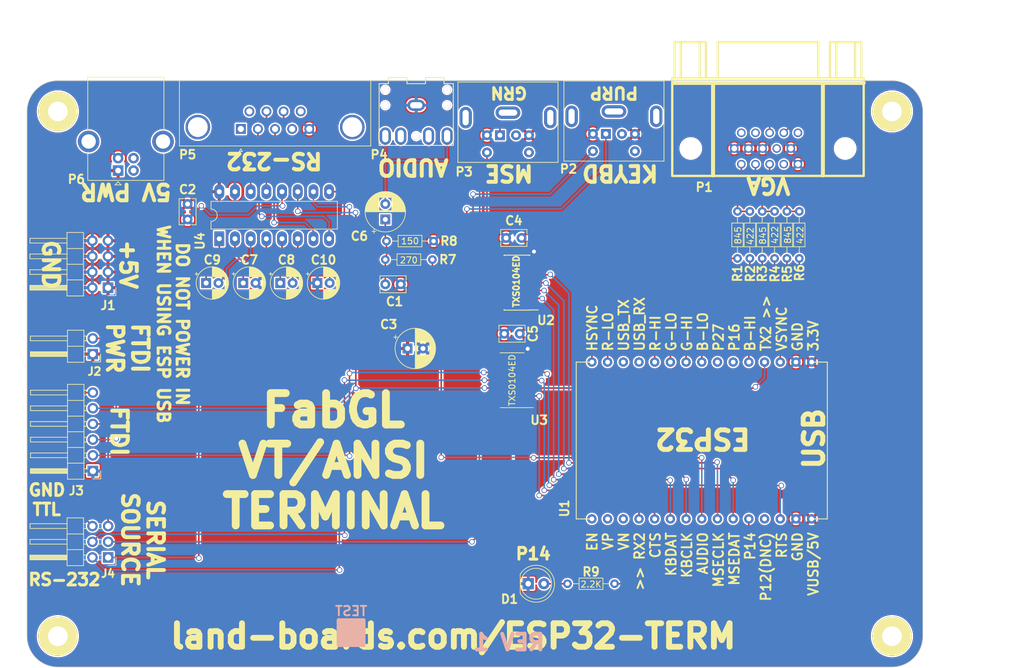
<source format=kicad_pcb>
(kicad_pcb (version 20221018) (generator pcbnew)
  (title_block (title "ESP32-VGA") (date "2024-08-13") (rev "1") (company "land-boards.com"))
  (layers (0 "F.Cu" signal) (31 "B.Cu" signal) (36 "B.SilkS" user "B.Silkscreen") (37 "F.SilkS" user "F.Silkscreen") (38 "B.Mask" user) (39 "F.Mask" user) (44 "Edge.Cuts" user))
  (net 0 "")
  (net 1 "+5V")
  (net 2 "GND")
  (net 3 "+3V3")
  (net 4 "Net-(U4-VS+)")
  (net 5 "Net-(U4-C2+)")
  (net 6 "/TX2")
  (net 7 "/VP")
  (net 8 "/VN")
  (net 9 "Net-(C1-Pad1)")
  (net 10 "/HSYNC")
  (net 11 "/VSYNC")
  (net 12 "/REDHI")
  (net 13 "/REDLO")
  (net 14 "/GRNHI")
  (net 15 "/GRNLO")
  (net 16 "/BLUHI")
  (net 17 "/BLULO")
  (net 18 "/AUDIO")
  (net 19 "/KBDAT")
  (net 20 "/KBCLK")
  (net 21 "/RX2")
  (net 22 "/P16")
  (net 23 "Net-(J2-Pin_2)")
  (net 24 "/P27")
  (net 25 "Net-(P3-DATA)")
  (net 26 "/RX2_5_T")
  (net 27 "/TX2_5")
  (net 28 "Net-(U4-C2-)")
  (net 29 "Net-(P2-DATA)")
  (net 31 "Net-(P2-CLK)")
  (net 33 "Net-(P1-P1)")
  (net 34 "Net-(P1-P2)")
  (net 35 "Net-(P1-P3)")
  (net 42 "/EN")
  (net 43 "Net-(C6-Pad2)")
  (net 46 "Net-(P3-CLK)")
  (net 48 "Net-(D1-A)")
  (net 49 "Net-(U4-C1+)")
  (net 50 "Net-(U4-C1-)")
  (net 51 "Net-(U4-VS-)")
  (net 52 "/RTS_5")
  (net 53 "/CTS_5_T")
  (net 55 "/TXD_R")
  (net 56 "/RXD_R")
  (net 59 "/CTS_R")
  (net 60 "/RTS_R")
  (net 62 "/CTS")
  (net 63 "/RTS")
  (net 66 "/P14")
  (net 68 "/MSECLK")
  (net 69 "/MSEDAT")
  (net 70 "/RX2_5_R")
  (net 71 "/CTS_5_R")
  (net 72 "/RX2_5_S")
  (net 73 "/CTS_5_S")
  (footprint "LandBoards_MountHoles:MTG-4-40" (layer "F.Cu") (at 165 -10)
    (fp_text reference "MTG1" hide)
    (fp_text value "MTG_HOLE" hide)
  )
  (footprint "LandBoards_MountHoles:MTG-4-40" (layer "F.Cu") (at 300 75)
    (fp_text reference "MTG2" hide)
    (fp_text value "MTG_HOLE" hide)
  )
  (footprint "LandBoards_MountHoles:MTG-4-40" (layer "F.Cu") (at 165 75)
    (fp_text reference "MTG3" hide)
    (fp_text value "MTG_HOLE" hide)
  )
  (footprint "LandBoards_MountHoles:MTG-4-40" (layer "F.Cu") (at 300 -10)
    (fp_text reference "MTG?1" hide)
    (fp_text value "MTG_HOLE" hide)
  )
  (footprint "LandBoards_BoardOutlines:ESP32_EXP" (layer "F.Cu") (at 287 43.3 -90)
    (fp_text reference "U1")
    (fp_text value "ESP-WROOM-32 MODULE")
  )
  (footprint "Capacitor_THT:C_Rect_L4.0mm_W2.5mm_P2.50mm" (layer "F.Cu") (at 218 18)
    (fp_text reference "C1")
    (fp_text value "0.1uF")
  )
  (footprint "Capacitor_THT:C_Rect_L4.0mm_W2.5mm_P2.50mm" (layer "F.Cu") (at 240.05 10.5 180)
    (fp_text reference "C4")
    (fp_text value "0.1uF")
  )
  (footprint "Capacitor_THT:C_Rect_L4.0mm_W2.5mm_P2.50mm" (layer "F.Cu") (at 239.756 26 180)
    (fp_text reference "C5")
    (fp_text value "0.1uF")
  )
  (footprint "Resistor_THT:R_Axial_DIN0204_L3.6mm_D1.6mm_P7.62mm_Horizontal" (layer "F.Cu") (at 277 6.19 -90)
    (fp_text reference "R2")
    (fp_text value "422")
  )
  (footprint "Resistor_THT:R_Axial_DIN0204_L3.6mm_D1.6mm_P7.62mm_Horizontal" (layer "F.Cu") (at 275 6.19 -90)
    (fp_text reference "R1")
    (fp_text value "845")
  )
  (footprint "Resistor_THT:R_Axial_DIN0204_L3.6mm_D1.6mm_P7.62mm_Horizontal" (layer "F.Cu") (at 281 6.19 -90)
    (fp_text reference "R4")
    (fp_text value "422")
  )
  (footprint "Resistor_THT:R_Axial_DIN0204_L3.6mm_D1.6mm_P7.62mm_Horizontal" (layer "F.Cu") (at 279 6.19 -90)
    (fp_text reference "R3")
    (fp_text value "845")
  )
  (footprint "Resistor_THT:R_Axial_DIN0204_L3.6mm_D1.6mm_P7.62mm_Horizontal" (layer "F.Cu") (at 285 6.19 -90)
    (fp_text reference "R6")
    (fp_text value "422")
  )
  (footprint "Resistor_THT:R_Axial_DIN0204_L3.6mm_D1.6mm_P7.62mm_Horizontal" (layer "F.Cu") (at 283 6.19 -90)
    (fp_text reference "R5")
    (fp_text value "845")
  )
  (footprint "Resistor_THT:R_Axial_DIN0204_L3.6mm_D1.6mm_P7.62mm_Horizontal" (layer "F.Cu") (at 218 14)
    (fp_text reference "R7")
    (fp_text value "270")
  )
  (footprint "Resistor_THT:R_Axial_DIN0204_L3.6mm_D1.6mm_P7.62mm_Horizontal" (layer "F.Cu") (at 225.81 11 180)
    (fp_text reference "R8")
    (fp_text value "150")
  )
  (footprint "Package_SO:SOIC-14_3.9x8.7mm_P1.27mm" (layer "F.Cu") (at 239.3 17.73 180)
    (fp_text reference "U2")
    (fp_text value "TXS0104ED")
  )
  (footprint "LandBoards_Conns:Connector_Mini-DIN_Female_6Pin_2rows" (layer "F.Cu") (at 253.7 -6.35 180)
    (fp_text reference "P2")
    (fp_text value "MINI-DIN6, PS2 (PURP)")
  )
  (footprint "Connector_PinHeader_2.54mm:PinHeader_1x06_P2.54mm_Horizontal" (layer "F.Cu") (at 170.67 48.24 180)
    (fp_text reference "J3")
    (fp_text value "Header, 1x6, Rt Ang, (FTDI)")
  )
  (footprint "LandBoards_Conns:DB_15F-VGA-fixed" (layer "F.Cu") (at 279.93275 -8.01066 180)
    (fp_text reference "P1")
    (fp_text value "CONN, DB15HD, BLUE (VGA)" hide)
  )
  (footprint "Connector_Dsub:DSUB-9_Female_Horizontal_P2.77x2.84mm_EdgePinOffset4.94mm_Housed_MountingHolesOffset7.48mm" (layer "F.Cu") (at 194.615 -7.16 180)
    (fp_text reference "P5")
    (fp_text value "DE9_Femals")
  )
  (footprint "Capacitor_THT:C_Rect_L4.0mm_W2.5mm_P2.50mm" (layer "F.Cu") (at 186 5 -90)
    (fp_text reference "C2")
    (fp_text value "0.1uF")
  )
  (footprint "Capacitor_THT:CP_Radial_D6.3mm_P2.50mm" (layer "F.Cu") (at 221.6 28.4)
    (fp_text reference "C3")
    (fp_text value "47uF")
  )
  (footprint "Capacitor_THT:CP_Radial_D6.3mm_P2.50mm" (layer "F.Cu") (at 218 7.5 90)
    (fp_text reference "C6")
    (fp_text value "10uF")
  )
  (footprint "Connector_PinHeader_2.54mm:PinHeader_2x04_P2.54mm_Horizontal" (layer "F.Cu") (at 173.12 18.56 180)
    (fp_text reference "J1")
    (fp_text value "Header, Vert, 2x4")
  )
  (footprint "Resistor_THT:R_Axial_DIN0204_L3.6mm_D1.6mm_P7.62mm_Horizontal" (layer "F.Cu") (at 247.48 66.5)
    (fp_text reference "R9")
    (fp_text value "2.2K")
  )
  (footprint "LandBoards_Marking:TEST_BLK-REAR" (layer "F.Cu") (at 212.471 74.422)
    (fp_text reference "TEST")
    (fp_text value "COUPON" hide)
  )
  (footprint "Capacitor_THT:CP_Radial_D5.0mm_P2.00mm" (layer "F.Cu") (at 207 17.795)
    (fp_text reference "C10")
    (fp_text value "1uF")
  )
  (footprint "Capacitor_THT:CP_Radial_D5.0mm_P2.00mm" (layer "F.Cu") (at 201 17.795)
    (fp_text reference "C8")
    (fp_text value "1uF")
  )
  (footprint "Capacitor_THT:CP_Radial_D5.0mm_P2.00mm" (layer "F.Cu") (at 189 17.795)
    (fp_text reference "C9")
    (fp_text value "1uF")
  )
  (footprint "Connector_PinHeader_2.54mm:PinHeader_1x02_P2.54mm_Horizontal" (layer "F.Cu") (at 170.655 29.305 180)
    (fp_text reference "J2")
    (fp_text value "Conn_01x02")
  )
  (footprint "LandBoards_Conns:Connector_Mini-DIN_Female_6Pin_2rows" (layer "F.Cu") (at 236.55 -6.15 180)
    (fp_text reference "P3")
    (fp_text value "MINI-DIN6, PS2 (GRN)")
  )
  (footprint "Package_SO:SOIC-14_3.9x8.7mm_P1.27mm" (layer "F.Cu") (at 238.525 33.54 180)
    (fp_text reference "U3")
    (fp_text value "TXS0104ED")
  )
  (footprint "LED_THT:LED_D5.0mm" (layer "F.Cu") (at 241.125 66.5)
    (fp_text reference "D1")
    (fp_text value "LED-fixed")
  )
  (footprint "Capacitor_THT:CP_Radial_D5.0mm_P2.00mm" (layer "F.Cu") (at 195 17.795)
    (fp_text reference "C7")
    (fp_text value "1uF")
  )
  (footprint "LandBoards_Conns:Jack_3.5mm_CUI_SJ1-3523N_Horizontal" (layer "F.Cu") (at 223 -11)
    (fp_text reference "P4")
    (fp_text value "AudioJack3" hide)
  )
  (footprint "Package_DIP:DIP-16_W7.62mm_LongPads" (layer "F.Cu") (at 191.125 10.62 90)
    (fp_text reference "U4")
    (fp_text value "MAX232")
  )
  (footprint "Connector_PinHeader_2.54mm:PinHeader_2x03_P2.54mm_Horizontal" (layer "F.Cu") (at 173.14 62.245 180)
    (fp_text reference "J4")
    (fp_text value "Conn_02x03_Odd_Even")
  )
  (footprint "Connector_USB:USB_B_OST_USB-B1HSxx_Horizontal" (layer "F.Cu") (at 174.75 -0.4225 90)
    (fp_text reference "P6")
    (fp_text value "USB-B")
  )
  (gr_arc (start 305 75) (mid 303.535534 78.535534) (end 300 80) (stroke (width 0.1)) (layer "Edge.Cuts"))
  (gr_line (start 160 75) (end 160 -10) (stroke (width 0.1)) (layer "Edge.Cuts"))
  (gr_line (start 305 -10) (end 305 75) (stroke (width 0.1)) (layer "Edge.Cuts"))
  (gr_arc (start 300 -15) (mid 303.535534 -13.535534) (end 305 -10) (stroke (width 0.1)) (layer "Edge.Cuts"))
  (gr_line (start 165 -15) (end 300 -15) (stroke (width 0.1)) (layer "Edge.Cuts"))
  (gr_arc (start 160 -10) (mid 161.464466 -13.535534) (end 165 -15) (stroke (width 0.1)) (layer "Edge.Cuts"))
  (gr_arc (start 165 80) (mid 161.464466 78.535534) (end 160 75) (stroke (width 0.1)) (layer "Edge.Cuts"))
  (gr_line (start 300 80) (end 165 80) (stroke (width 0.1)) (layer "Edge.Cuts"))
  (gr_text "REV 1" (at 238 76) (layer "B.SilkS") (effects (font (size 2.54 2.54) (thickness 0.635)) (justify mirror)))
  (gr_text "FTDI" (at 174.93 41.8 -90) (layer "F.SilkS") (effects (font (size 2.54 2.54) (thickness 0.635))))
  (gr_text "KEYBD" (at 256 0 180) (layer "F.SilkS") (effects (font (size 2.54 2.54) (thickness 0.635))))
  (gr_text "AUDIO" (at 222.51 -0.96 180) (layer "F.SilkS") (effects (font (size 2.54 2.54) (thickness 0.635))))
  (gr_text "PURP" (at 255 -13 180) (layer "F.SilkS") (effects (font (size 1.905 1.905) (thickness 0.47625))))
  (gr_text "VGA" (at 280 2 180) (layer "F.SilkS") (effects (font (size 2.54 2.54) (thickness 0.635))))
  (gr_text "land-boards.com/ESP32-TERM" (at 229 75) (layer "F.SilkS") (effects (font (size 3.81 3.81) (thickness 0.9525) bold)))
  (gr_text "MSE" (at 238 0 180) (layer "F.SilkS") (effects (font (size 2.54 2.54) (thickness 0.635))))
  (gr_text "FTDI\nPWR" (at 176.26 28.34 -90) (layer "F.SilkS") (effects (font (size 2.54 2.54) (thickness 0.635))))
  (gr_text "RS-232" (at 166.0652 65.8368) (layer "F.SilkS") (effects (font (size 1.905 1.905) (thickness 0.47625))))
  (gr_text "+5V" (at 176.38 14.79 -90) (layer "F.SilkS") (effects (font (size 2.54 2.54) (thickness 0.635))))
  (gr_text "GND" (at 163.85 14.83 -90) (layer "F.SilkS") (effects (font (size 2.54 2.54) (thickness 0.635))))
  (gr_text "ESP32" (at 269.38 43 180) (layer "F.SilkS") (effects (font (size 3.175 3.175) (thickness 0.79375))))
  (gr_text "SERIAL\nSOURCE" (at 178.73 59.38 270) (layer "F.SilkS") (effects (font (size 2.54 2.54) (thickness 0.635))))
  (gr_text "GND" (at 163.24 51.33) (layer "F.SilkS") (effects (font (size 1.905 1.905) (thickness 0.47625))))
  (gr_text "HSYNC\nR-LO\nUSB_TX\nUSB_RX\nR-HI\nG-LO\nG-HI\nB-LO\nP27\nP16\nB-HI\nTX2 >>\nVSYNC\nGND\n3.3V" (at 269.38 29 90) (layer "F.SilkS") (effects (font (size 1.5875 1.524) (thickness 0.3)) (justify left)))
  (gr_text "USB" (at 287.38 43 90) (layer "F.SilkS") (effects (font (size 3.175 3.175) (thickness 0.79375))))
  (gr_text "FabGL\nVT/ANSI\nTERMINAL" (at 209.63 46.6) (layer "F.SilkS") (effects (font (size 5.08 5.08) (thickness 1.27) bold)))
  (gr_text "RS-232" (at 200 -2 180) (layer "F.SilkS") (effects (font (size 2.54 2.54) (thickness 0.635))))
  (gr_text "P14" (at 241.94 61.66) (layer "F.SilkS") (effects (font (size 1.905 1.905) (thickness 0.47625) bold)))
  (gr_text "GRN" (at 238 -13 180) (layer "F.SilkS") (effects (font (size 1.905 1.905) (thickness 0.47625))))
  (gr_text "TTL" (at 163.2 54.48) (layer "F.SilkS") (effects (font (size 1.905 1.905) (thickness 0.47625))))
  (gr_text "5V PWR" (at 176 3 180) (layer "F.SilkS") (effects (font (size 2.54 2.54) (thickness 0.635))))
  (gr_text "EN\nVP\nVN\n>> RX2\nCTS\nKBDAT\nKBCLK\nAUDIO\nMSECLK\nMSEDAT\nP14\nP12(DNC)\nRTS\nGND\nVUSB/5V" (at 269.38 58 90) (layer "F.SilkS") (effects (font (size 1.5875 1.524) (thickness 0.3)) (justify right)))
  (gr_text "DO NOT POWER IN\nWHEN USING ESP USB" (at 183.62 24.45 -90) (layer "F.SilkS") (effects (font (size 1.905 1.905) (thickness 0.47625))))
  (segment (start 241 28.494) (end 241.046 28.448) (width 0.254) (layer "F.Cu") (net 2))
  (segment (start 241 29.73) (end 241 28.494) (width 0.254) (layer "F.Cu") (net 2))
  (segment (start 242 13.92) (end 242 12.762) (width 0.254) (layer "F.Cu") (net 2))
  (segment (start 242 12.762) (end 242.062 12.7) (width 0.254) (layer "F.Cu") (net 2))
  (via (at 241.046 28.448) (size 0.889) (drill 0.635) (layers "F.Cu" "B.Cu") (net 2))
  (via (at 242.062 12.7) (size 0.889) (drill 0.635) (layers "F.Cu" "B.Cu") (net 2))
  (segment (start 236.6 13.92) (end 239.38 13.92) (width 0.254) (layer "F.Cu") (net 3))
  (segment (start 236.05 29.73) (end 239.17 29.73) (width 0.254) (layer "F.Cu") (net 3))
  (segment (start 195 14.406) (end 195 17.795) (width 0.254) (layer "F.Cu") (net 4))
  (segment (start 193.665 10.62) (end 193.665 13.071) (width 0.254) (layer "F.Cu") (net 4))
  (segment (start 193.665 13.071) (end 195 14.406) (width 0.254) (layer "F.Cu") (net 4))
  (segment (start 198.745 10.62) (end 198.745 13.325) (width 0.254) (layer "F.Cu") (net 5))
  (segment (start 201 15.58) (end 201 17.795) (width 0.254) (layer "F.Cu") (net 5))
  (segment (start 198.745 13.325) (end 201 15.58) (width 0.254) (layer "F.Cu") (net 5))
  (segment (start 241 34.81) (end 277.69 34.81) (width 0.254) (layer "F.Cu") (net 6))
  (segment (start 277.69 34.81) (end 277.9 34.6) (width 0.254) (layer "F.Cu") (net 6))
  (via (at 277.9 34.6) (size 0.889) (drill 0.635) (layers "F.Cu" "B.Cu") (net 6))
  (segment (start 277.9 34.6) (end 279.38 33.12) (width 0.254) (layer "B.Cu") (net 6))
  (segment (start 279.38 33.12) (end 279.38 30.6) (width 0.254) (layer "B.Cu") (net 6))
  (segment (start 218 18) (end 218 14) (width 0.254) (layer "F.Cu") (net 9))
  (segment (start 218.19 11) (end 218.19 13.81) (width 0.254) (layer "F.Cu") (net 9))
  (segment (start 218 7.5) (end 218 10.81) (width 0.254) (layer "F.Cu") (net 9))
  (segment (start 280.20199 -6.53746) (end 280.20199 -7.83401) (width 0.254) (layer "F.Cu") (net 10))
  (segment (start 271.78 -7.62) (end 271.78 1.27) (width 0.254) (layer "F.Cu") (net 10))
  (segment (start 280.20199 -7.83401) (end 279.4 -8.636) (width 0.254) (layer "F.Cu") (net 10))
  (segment (start 279.4 -8.636) (end 272.796 -8.636) (width 0.254) (layer "F.Cu") (net 10))
  (segment (start 251.44 21.61) (end 251.44 30.6) (width 0.254) (layer "F.Cu") (net 10))
  (segment (start 272.796 -8.636) (end 271.78 -7.62) (width 0.254) (layer "F.Cu") (net 10))
  (segment (start 271.78 1.27) (end 251.44 21.61) (width 0.254) (layer "F.Cu") (net 10))
  (segment (start 282.49307 -6.54) (end 284.33507 -8.382) (width 0.254) (layer "F.Cu") (net 11))
  (segment (start 281.92 25.42) (end 281.92 30.6) (width 0.254) (layer "F.Cu") (net 11))
  (segment (start 284.33507 -8.382) (end 287.274 -8.382) (width 0.254) (layer "F.Cu") (net 11))
  (segment (start 289.306 18.034) (end 281.92 25.42) (width 0.254) (layer "F.Cu") (net 11))
  (segment (start 289.306 -6.35) (end 289.306 18.034) (width 0.254) (layer "F.Cu") (net 11))
  (segment (start 287.274 -8.382) (end 289.306 -6.35) (width 0.254) (layer "F.Cu") (net 11))
  (segment (start 277 15.354) (end 277 13.81) (width 0.254) (layer "F.Cu") (net 12))
  (segment (start 275.59 16.764) (end 277 15.354) (width 0.254) (layer "F.Cu") (net 12))
  (segment (start 261.6 30.6) (end 261.6 24.658) (width 0.254) (layer "F.Cu") (net 12))
  (segment (start 269.494 16.764) (end 275.59 16.764) (width 0.254) (layer "F.Cu") (net 12))
  (segment (start 261.6 24.658) (end 269.494 16.764) (width 0.254) (layer "F.Cu") (net 12))
  (segment (start 253.98 30.6) (end 253.98 28.468) (width 0.254) (layer "F.Cu") (net 13))
  (segment (start 268.638 13.81) (end 275 13.81) (width 0.254) (layer "F.Cu") (net 13))
  (segment (start 253.98 28.468) (end 268.638 13.81) (width 0.254) (layer "F.Cu") (net 13))
  (segment (start 278.384 20.32) (end 281 17.704) (width 0.254) (layer "F.Cu") (net 14))
  (segment (start 281 17.704) (end 281 13.81) (width 0.254) (layer "F.Cu") (net 14))
  (segment (start 272.542 20.32) (end 278.384 20.32) (width 0.254) (layer "F.Cu") (net 14))
  (segment (start 266.68 26.182) (end 272.542 20.32) (width 0.254) (layer "F.Cu") (net 14))
  (segment (start 266.68 30.6) (end 266.68 26.182) (width 0.254) (layer "F.Cu") (net 14))
  (segment (start 279 15.64) (end 279 13.81) (width 0.254) (layer "F.Cu") (net 15))
  (segment (start 275.844 18.796) (end 279 15.64) (width 0.254) (layer "F.Cu") (net 15))
  (segment (start 264.14 30.6) (end 264.14 25.928) (width 0.254) (layer "F.Cu") (net 15))
  (segment (start 271.272 18.796) (end 275.844 18.796) (width 0.254) (layer "F.Cu") (net 15))
  (segment (start 264.14 25.928) (end 271.272 18.796) (width 0.254) (layer "F.Cu") (net 15))
  (segment (start 285 18.276) (end 285 13.81) (width 0.254) (layer "F.Cu") (net 16))
  (segment (start 276.84 26.436) (end 285 18.276) (width 0.254) (layer "F.Cu") (net 16))
  (segment (start 276.84 30.6) (end 276.84 26.436) (width 0.254) (layer "F.Cu") (net 16))
  (segment (start 269.22 30.6) (end 269.22 26.436) (width 0.254) (layer "F.Cu") (net 17))
  (segment (start 273.558 22.098) (end 278.638 22.098) (width 0.254) (layer "F.Cu") (net 17))
  (segment (start 269.22 26.436) (end 273.558 22.098) (width 0.254) (layer "F.Cu") (net 17))
  (segment (start 278.638 22.098) (end 283 17.736) (width 0.254) (layer "F.Cu") (net 17))
  (segment (start 283 17.736) (end 283 13.81) (width 0.254) (layer "F.Cu") (net 17))
  (segment (start 269.2 46.09437) (end 242.00563 46.09437) (width 0.254) (layer "F.Cu") (net 18))
  (segment (start 227.05 25.28) (end 227.05 46.04) (width 0.254) (layer "F.Cu") (net 18))
  (segment (start 225.62 14) (end 225.62 23.85) (width 0.254) (layer "F.Cu") (net 18))
  (segment (start 225.62 23.85) (end 227.05 25.28) (width 0.254) (layer "F.Cu") (net 18))
  (segment (start 242.00563 46.09437) (end 242 46.1) (width 0.254) (layer "F.Cu") (net 18))
  (via (at 227.05 46.04) (size 0.889) (drill 0.635) (layers "F.Cu" "B.Cu") (net 18))
  (via (at 269.2 46.09437) (size 0.889) (drill 0.635) (layers "F.Cu" "B.Cu") (net 18))
  (via (at 242 46.1) (size 0.889) (drill 0.635) (layers "F.Cu" "B.Cu") (net 18))
  (segment (start 269.22 46.11437) (end 269.2 46.09437) (width 0.254) (layer "B.Cu") (net 18))
  (segment (start 269.22 56) (end 269.22 46.11437) (width 0.254) (layer "B.Cu") (net 18))
  (segment (start 227.05 46.04) (end 241.94 46.04) (width 0.254) (layer "B.Cu") (net 18))
  (segment (start 241.94 46.04) (end 242 46.1) (width 0.254) (layer "B.Cu") (net 18))
  (segment (start 245.244176 49.642187) (end 264.017187 49.642187) (width 0.254) (layer "F.Cu") (net 19))
  (segment (start 264.017187 49.642187) (end 264.1 49.725) (width 0.254) (layer "F.Cu") (net 19))
  (segment (start 242 20.27) (end 243.37 20.27) (width 0.254) (layer "F.Cu") (net 19))
  (segment (start 243.37 20.27) (end 243.4 20.3) (width 0.254) (layer "F.Cu") (net 19))
  (via (at 245.244176 49.642187) (size 0.889) (drill 0.635) (layers "F.Cu" "B.Cu") (net 19))
  (via (at 243.4 20.3) (size 0.889) (drill 0.635) (layers "F.Cu" "B.Cu") (net 19))
  (via (at 264.1 49.725) (size 0.889) (drill 0.635) (layers "F.Cu" "B.Cu") (net 19))
  (segment (start 264.14 49.765) (end 264.14 56) (width 0.254) (layer "B.Cu") (net 19))
  (segment (start 245.244176 49.642187) (end 245.244176 22.144176) (width 0.254) (layer "B.Cu") (net 19))
  (segment (start 245.244176 22.144176) (end 243.4 20.3) (width 0.254) (layer "B.Cu") (net 19))
  (segment (start 264.1 49.725) (end 264.14 49.765) (width 0.254) (layer "B.Cu") (net 19))
  (segment (start 242 19) (end 243.7 19) (width 0.254) (layer "F.Cu") (net 20))
  (segment (start 246.069176 48.747838) (end 265.847838 48.747838) (width 0.254) (layer "F.Cu") (net 20))
  (segment (start 265.847838 48.747838) (end 266.7 49.6) (width 0.254) (layer "F.Cu") (net 20))
  (via (at 246.069176 48.747838) (size 0.889) (drill 0.635) (layers "F.Cu" "B.Cu") (net 20))
  (via (at 266.7 49.6) (size 0.889) (drill 0.635) (layers "F.Cu" "B.Cu") (net 20))
  (via (at 243.7 19) (size 0.889) (drill 0.635) (layers "F.Cu" "B.Cu") (net 20))
  (segment (start 266.68 49.62) (end 266.68 56) (width 0.254) (layer "B.Cu") (net 20))
  (segment (start 243.7 19) (end 246.069176 21.369176) (width 0.254) (layer "B.Cu") (net 20))
  (segment (start 246.069176 21.369176) (end 246.069176 48.747838) (width 0.254) (layer "B.Cu") (net 20))
  (segment (start 266.7 49.6) (end 266.68 49.62) (width 0.254) (layer "B.Cu") (net 20))
  (segment (start 242.9 52.2) (end 257.1 52.2) (width 0.254) (layer "F.Cu") (net 21))
  (segment (start 242.88 36.08) (end 242.9 36.1) (width 0.254) (layer "F.Cu") (net 21))
  (segment (start 257.1 52.2) (end 259.06 54.16) (width 0.254) (layer "F.Cu") (net 21))
  (segment (start 241 36.08) (end 242.88 36.08) (width 0.254) (layer "F.Cu") (net 21))
  (segment (start 259.06 54.16) (end 259.06 56) (width 0.254) (layer "F.Cu") (net 21))
  (via (at 242.9 52.2) (size 0.889) (drill 0.635) (layers "F.Cu" "B.Cu") (net 21))
  (via (at 242.9 36.1) (size 0.889) (drill 0.635) (layers "F.Cu" "B.Cu") (net 21))
  (segment (start 242.9 36.1) (end 242.9 52.2) (width 0.254) (layer "B.Cu") (net 21))
  (segment (start 174.45 28.83) (end 174.45 43.01) (width 0.254) (layer "F.Cu") (net 23))
  (segment (start 172.385 26.765) (end 174.45 28.83) (width 0.254) (layer "F.Cu") (net 23))
  (segment (start 170.655 26.765) (end 172.385 26.765) (width 0.254) (layer "F.Cu") (net 23))
  (via (at 174.45 43.01) (size 0.889) (drill 0.635) (layers "F.Cu" "B.Cu") (net 23))
  (segment (start 174.45 43.01) (end 174.3 43.16) (width 0.254) (layer "B.Cu") (net 23))
  (segment (start 174.3 43.16) (end 170.67 43.16) (width 0.254) (layer "B.Cu") (net 23))
  (segment (start 233.1 -8) (end 236.2 -8) (width 0.254) (layer "F.Cu") (net 25))
  (segment (start 233.269 15.869) (end 233.269 -0.031) (width 0.254) (layer "F.Cu") (net 25))
  (segment (start 233.269 -0.031) (end 232.2 -1.1) (width 0.254) (layer "F.Cu") (net 25))
  (segment (start 236.55 -7.65) (end 236.55 -6.15) (width 0.254) (layer "F.Cu") (net 25))
  (segment (start 232.2 -7.1) (end 233.1 -8) (width 0.254) (layer "F.Cu") (net 25))
  (segment (start 232.2 -1.1) (end 232.2 -7.1) (width 0.254) (layer "F.Cu") (net 25))
  (segment (start 236.6 17.73) (end 235.13 17.73) (width 0.254) (layer "F.Cu") (net 25))
  (segment (start 236.2 -8) (end 236.55 -7.65) (width 0.254) (layer "F.Cu") (net 25))
  (segment (start 235.13 17.73) (end 233.269 15.869) (width 0.254) (layer "F.Cu") (net 25))
  (segment (start 173.14 57.165) (end 173.14 41.62) (width 0.254) (layer "F.Cu") (net 26))
  (segment (start 170.67 40.62) (end 172.14 40.62) (width 0.254) (layer "F.Cu") (net 26))
  (segment (start 172.14 40.62) (end 173.14 41.62) (width 0.254) (layer "F.Cu") (net 26))
  (segment (start 213.23 6.43) (end 213.18 6.38) (width 0.254) (layer "F.Cu") (net 27))
  (segment (start 213.23 34.85) (end 213.23 6.43) (width 0.254) (layer "F.Cu") (net 27))
  (segment (start 203.825 6.16) (end 203.825 3) (width 0.254) (layer "F.Cu") (net 27))
  (segment (start 234.06 34.81) (end 234.05 34.8) (width 0.254) (layer "F.Cu") (net 27))
  (segment (start 236.05 34.81) (end 234.06 34.81) (width 0.254) (layer "F.Cu") (net 27))
  (segment (start 203.84 6.175) (end 203.825 6.16) (width 0.254) (layer "F.Cu") (net 27))
  (via (at 203.84 6.175) (size 0.889) (drill 0.635) (layers "F.Cu" "B.Cu") (net 27))
  (via (at 234.05 34.8) (size 0.889) (drill 0.635) (layers "F.Cu" "B.Cu") (net 27))
  (via (at 213.18 6.38) (size 0.889) (drill 0.635) (layers "F.Cu" "B.Cu") (net 27))
  (via (at 213.23 34.85) (size 0.889) (drill 0.635) (layers "F.Cu" "B.Cu") (net 27))
  (segment (start 204.045 6.38) (end 203.84 6.175) (width 0.254) (layer "B.Cu") (net 27))
  (segment (start 170.67 38.08) (end 210 38.08) (width 0.254) (layer "B.Cu") (net 27))
  (segment (start 234.05 34.8) (end 213.28 34.8) (width 0.254) (layer "B.Cu") (net 27))
  (segment (start 210 38.08) (end 213.23 34.85) (width 0.254) (layer "B.Cu") (net 27))
  (segment (start 213.18 6.38) (end 204.045 6.38) (width 0.254) (layer "B.Cu") (net 27))
  (segment (start 213.28 34.8) (end 213.23 34.85) (width 0.254) (layer "B.Cu") (net 27))
  (segment (start 201.285 12.817) (end 203 14.532) (width 0.254) (layer "F.Cu") (net 28))
  (segment (start 201.285 10.62) (end 201.285 12.817) (width 0.254) (layer "F.Cu") (net 28))
  (segment (start 203 14.532) (end 203 17.795) (width 0.254) (layer "F.Cu") (net 28))
  (segment (start 231.2 17.01842) (end 231.2 5.8) (width 0.254) (layer "F.Cu") (net 29))
  (segment (start 234.45158 20.27) (end 231.2 17.01842) (width 0.254) (layer "F.Cu") (net 29))
  (segment (start 236.6 20.27) (end 234.45158 20.27) (width 0.254) (layer "F.Cu") (net 29))
  (via (at 231.2 5.8) (size 0.889) (drill 0.635) (layers "F.Cu" "B.Cu") (net 29))
  (segment (start 253.7 -6.35) (end 253.7 -1.4) (width 0.254) (layer "B.Cu") (net 29))
  (segment (start 246.5 5.8) (end 231.2 5.8) (width 0.254) (layer "B.Cu") (net 29))
  (segment (start 253.7 -1.4) (end 246.5 5.8) (width 0.254) (layer "B.Cu") (net 29))
  (segment (start 233.9 19) (end 232.2 17.3) (width 0.254) (layer "F.Cu") (net 31))
  (segment (start 236.6 19) (end 233.9 19) (width 0.254) (layer "F.Cu") (net 31))
  (segment (start 232.2 17.3) (end 232.2 3.4) (width 0.254) (layer "F.Cu") (net 31))
  (via (at 232.2 3.4) (size 0.889) (drill 0.635) (layers "F.Cu" "B.Cu") (net 31))
  (segment (start 232.2 3.4) (end 244.65 3.4) (width 0.254) (layer "B.Cu") (net 31))
  (segment (start 244.65 3.4) (end 251.6 -3.55) (width 0.254) (layer "B.Cu") (net 31))
  (segment (start 275.62237 1.49163) (end 275 2.114) (width 0.254) (layer "F.Cu") (net 33))
  (segment (start 275 2.114) (end 275 6.19) (width 0.254) (layer "F.Cu") (net 33))
  (segment (start 277 6.19) (end 275 6.19) (width 0.254) (layer "F.Cu") (net 33))
  (segment (start 275.62237 -1.46) (end 275.62237 1.49163) (width 0.254) (layer "F.Cu") (net 33))
  (segment (start 277.91345 1.56145) (end 279 2.648) (width 0.254) (layer "F.Cu") (net 34))
  (segment (start 279 2.648) (end 279 6.19) (width 0.254) (layer "F.Cu") (net 34))
  (segment (start 281 6.19) (end 279 6.19) (width 0.254) (layer "F.Cu") (net 34))
  (segment (start 277.91345 -1.46) (end 277.91345 1.56145) (width 0.254) (layer "F.Cu") (net 34))
  (segment (start 280.19945 0.03745) (end 283 2.838) (width 0.254) (layer "F.Cu") (net 35))
  (segment (start 280.19945 -1.46) (end 280.19945 0.03745) (width 0.254) (layer "F.Cu") (net 35))
  (segment (start 283 2.838) (end 283 6.19) (width 0.254) (layer "F.Cu") (net 35))
  (segment (start 285 6.19) (end 283 6.19) (width 0.254) (layer "F.Cu") (net 35))
  (segment (start 228 -2) (end 228 -6) (width 0.254) (layer "B.Cu") (net 43))
  (segment (start 218 -6) (end 218 -2) (width 0.254) (layer "B.Cu") (net 43))
  (segment (start 218 5) (end 218 -6) (width 0.254) (layer "B.Cu") (net 43))
  (segment (start 218 -2) (end 228 -2) (width 0.254) (layer "B.Cu") (net 43))
  (segment (start 236.6 16.46) (end 235.36 16.46) (width 0.254) (layer "F.Cu") (net 46))
  (segment (start 234.45 15.55) (end 234.45 -3.35) (width 0.254) (layer "F.Cu") (net 46))
  (segment (start 235.36 16.46) (end 234.45 15.55) (width 0.254) (layer "F.Cu") (net 46))
  (segment (start 243.665 66.5) (end 247.48 66.5) (width 0.254) (layer "F.Cu") (net 48))
  (segment (start 189 14.962) (end 191.125 12.837) (width 0.254) (layer "F.Cu") (net 49))
  (segment (start 191.125 12.837) (end 191.125 10.62) (width 0.254) (layer "F.Cu") (net 49))
  (segment (start 189 17.795) (end 189 14.962) (width 0.254) (layer "F.Cu") (net 49))
  (segment (start 193.802 13.97) (end 192.278 15.494) (width 0.254) (layer "B.Cu") (net 50))
  (segment (start 196.205 13.091) (end 195.326 13.97) (width 0.254) (layer "B.Cu") (net 50))
  (segment (start 192.278 15.494) (end 192.278 16.517) (width 0.254) (layer "B.Cu") (net 50))
  (segment (start 192.278 16.517) (end 191 17.795) (width 0.254) (layer "B.Cu") (net 50))
  (segment (start 196.205 10.62) (end 196.205 13.091) (width 0.254) (layer "B.Cu") (net 50))
  (segment (start 195.326 13.97) (end 193.802 13.97) (width 0.254) (layer "B.Cu") (net 50))
  (segment (start 204.978 14.224) (end 207.264 14.224) (width 0.254) (layer "F.Cu") (net 51))
  (segment (start 203.825 10.62) (end 203.825 13.071) (width 0.254) (layer "F.Cu") (net 51))
  (segment (start 207.264 14.224) (end 209 15.96) (width 0.254) (layer "F.Cu") (net 51))
  (segment (start 209 15.96) (end 209 17.795) (width 0.254) (layer "F.Cu") (net 51))
  (segment (start 203.825 13.071) (end 204.978 14.224) (width 0.254) (layer "F.Cu") (net 51))
  (segment (start 212.2 32.44) (end 212.2 5.45) (width 0.254) (layer "F.Cu") (net 52))
  (segment (start 212.21 45.83) (end 212.21 32.45) (width 0.254) (layer "F.Cu") (net 52))
  (segment (start 212.2 5.45) (end 212.19 5.44) (width 0.254) (layer "F.Cu") (net 52))
  (segment (start 233.94 32.27) (end 233.93 32.28) (width 0.254) (layer "F.Cu") (net 52))
  (segment (start 236.05 32.27) (end 233.94 32.27) (width 0.254) (layer "F.Cu") (net 52))
  (segment (start 212.21 32.45) (end 212.2 32.44) (width 0.254) (layer "F.Cu") (net 52))
  (via (at 212.19 5.44) (size 0.889) (drill 0.635) (layers "F.Cu" "B.Cu") (net 52))
  (via (at 233.93 32.28) (size 0.889) (drill 0.635) (layers "F.Cu" "B.Cu") (net 52))
  (via (at 212.2 32.44) (size 0.889) (drill 0.635) (layers "F.Cu" "B.Cu") (net 52))
  (via (at 212.21 45.83) (size 0.889) (drill 0.635) (layers "F.Cu" "B.Cu") (net 52))
  (segment (start 206.365 4.815) (end 206.365 3) (width 0.254) (layer "B.Cu") (net 52))
  (segment (start 233.93 32.28) (end 212.36 32.28) (width 0.254) (layer "B.Cu") (net 52))
  (segment (start 170.67 45.7) (end 212.08 45.7) (width 0.254) (layer "B.Cu") (net 52))
  (segment (start 212.08 45.7) (end 212.21 45.83) (width 0.254) (layer "B.Cu") (net 52))
  (segment (start 212.36 32.28) (end 212.2 32.44) (width 0.254) (layer "B.Cu") (net 52))
  (segment (start 206.99 5.44) (end 206.365 4.815) (width 0.254) (layer "B.Cu") (net 52))
  (segment (start 212.19 5.44) (end 206.99 5.44) (width 0.254) (layer "B.Cu") (net 52))
  (segment (start 170.6 57.165) (end 167.78 54.345) (width 0.254) (layer "F.Cu") (net 53))
  (segment (start 167.78 37.12) (end 169.36 35.54) (width 0.254) (layer "F.Cu") (net 53))
  (segment (start 167.78 54.345) (end 167.78 37.12) (width 0.254) (layer "F.Cu") (net 53))
  (segment (start 169.36 35.54) (end 170.67 35.54) (width 0.254) (layer "F.Cu") (net 53))
  (segment (start 196.205 -2.205) (end 196.205 3) (width 0.254) (layer "F.Cu") (net 55))
  (segment (start 197.385 -7.16) (end 197.385 -3.385) (width 0.254) (layer "F.Cu") (net 55))
  (segment (start 197.385 -3.385) (end 196.205 -2.205) (width 0.254) (layer "F.Cu") (net 55))
  (segment (start 200.155 -7.16) (end 200.155 -3.155) (width 0.254) (layer "F.Cu") (net 56))
  (segment (start 200.155 -3.155) (end 198.745 -1.745) (width 0.254) (layer "F.Cu") (net 56))
  (segment (start 198.745 -1.745) (end 198.745 3) (width 0.254) (layer "F.Cu") (net 56))
  (segment (start 198.77 -4.23) (end 199 -4) (width 0.254) (layer "F.Cu") (net 59))
  (segment (start 198.77 -10) (end 198.77 -4.23) (width 0.254) (layer "F.Cu") (net 59))
  (segment (start 197.564 -2.564) (end 197.564 6.564) (width 0.254) (layer "F.Cu") (net 59))
  (segment (start 197.564 6.564) (end 198 7) (width 0.254) (layer "F.Cu") (net 59))
  (segment (start 199 -4) (end 197.564 -2.564) (width 0.254) (layer "F.Cu") (net 59))
  (via (at 198 7) (size 0.889) (drill 0.635) (layers "F.Cu" "B.Cu") (net 59))
  (segment (start 208.905 10.62) (end 208.905 7.905) (width 0.254) (layer "B.Cu") (net 59))
  (segment (start 198 7) (end 208 7) (width 0.254) (layer "B.Cu") (net 59))
  (segment (start 208.905 7.905) (end 208 7) (width 0.254) (layer "B.Cu") (net 59))
  (segment (start 200 1.69131) (end 200 8) (width 0.254) (layer "F.Cu") (net 60))
  (segment (start 201.54 -10) (end 201.54 0.15131) (width 0.254) (layer "F.Cu") (net 60))
  (segment (start 201.54 0.15131) (end 200 1.69131) (width 0.254) (layer "F.Cu") (net 60))
  (via (at 200 8) (size 0.889) (drill 0.635) (layers "F.Cu" "B.Cu") (net 60))
  (segment (start 206.365 10.62) (end 206.365 9.365) (width 0.254) (layer "B.Cu") (net 60))
  (segment (start 200 8) (end 205 8) (width 0.254) (layer "B.Cu") (net 60))
  (segment (start 206.365 9.365) (end 205 8) (width 0.254) (layer "B.Cu") (net 60))
  (segment (start 257.875 51.375) (end 261.6 55.1) (width 0.254) (layer "F.Cu") (net 62))
  (segment (start 241 33.54) (end 243.24 33.54) (width 0.254) (layer "F.Cu") (net 62))
  (segment (start 243.725 51.375) (end 257.875 51.375) (width 0.254) (layer "F.Cu") (net 62))
  (segment (start 261.6 55.1) (end 261.6 56) (width 0.254) (layer "F.Cu") (net 62))
  (segment (start 243.24 33.54) (end 243.3 33.6) (width 0.254) (layer "F.Cu") (net 62))
  (via (at 243.3 33.6) (size 0.889) (drill 0.635) (layers "F.Cu" "B.Cu") (net 62))
  (via (at 243.725 51.375) (size 0.889) (drill 0.635) (layers "F.Cu" "B.Cu") (net 62))
  (segment (start 243.725 51.375) (end 243.7255 51.3745) (width 0.254) (layer "B.Cu") (net 62))
  (segment (start 243.7255 34.0255) (end 243.3 33.6) (width 0.254) (layer "B.Cu") (net 62))
  (segment (start 243.7255 51.3745) (end 243.7255 34.0255) (width 0.254) (layer "B.Cu") (net 62))
  (segment (start 279.95 50.6) (end 279.9 50.55) (width 0.254) (layer "F.Cu") (net 63))
  (segment (start 244.5505 50.55) (end 279.9 50.55) (width 0.254) (layer "F.Cu") (net 63))
  (segment (start 243.97 32.27) (end 244.2 32.5) (width 0.254) (layer "F.Cu") (net 63))
  (segment (start 282.1 50.6) (end 279.95 50.6) (width 0.254) (layer "F.Cu") (net 63))
  (segment (start 241 32.27) (end 243.97 32.27) (width 0.254) (layer "F.Cu") (net 63))
  (via (at 282.1 50.6) (size 0.889) (drill 0.635) (layers "F.Cu" "B.Cu") (net 63))
  (via (at 244.2 32.5) (size 0.889) (drill 0.635) (layers "F.Cu" "B.Cu") (net 63))
  (via (at 244.5505 50.55) (size 0.889) (drill 0.635) (layers "F.Cu" "B.Cu") (net 63))
  (segment (start 244.5505 50.55) (end 244.418676 50.418176) (width 0.254) (layer "B.Cu") (net 63))
  (segment (start 281.92 50.78) (end 282.1 50.6) (width 0.254) (layer "B.Cu") (net 63))
  (segment (start 281.92 56) (end 281.92 50.78) (width 0.254) (layer "B.Cu") (net 63))
  (segment (start 244.418676 32.718676) (end 244.2 32.5) (width 0.254) (layer "B.Cu") (net 63))
  (segment (start 244.418676 50.418176) (end 244.418676 32.718676) (width 0.254) (layer "B.Cu") (net 63))
  (segment (start 274.368 66.5) (end 255.1 66.5) (width 0.254) (layer "F.Cu") (net 66))
  (segment (start 276.84 56) (end 276.84 64.028) (width 0.254) (layer "F.Cu") (net 66))
  (segment (start 276.84 64.028) (end 274.368 66.5) (width 0.254) (layer "F.Cu") (net 66))
  (segment (start 247.719176 46.91937) (end 271.58063 46.91937) (width 0.254) (layer "F.Cu") (net 68))
  (segment (start 242 16.46) (end 244.64 16.46) (width 0.254) (layer "F.Cu") (net 68))
  (segment (start 271.58063 46.91937) (end 271.7 46.8) (width 0.254) (layer "F.Cu") (net 68))
  (segment (start 244.64 16.46) (end 244.7 16.4) (width 0.254) (layer "F.Cu") (net 68))
  (via (at 247.719176 46.91937) (size 0.889) (drill 0.635) (layers "F.Cu" "B.Cu") (net 68))
  (via (at 244.7 16.4) (size 0.889) (drill 0.635) (layers "F.Cu" "B.Cu") (net 68))
  (via (at 271.7 46.8) (size 0.889) (drill 0.635) (layers "F.Cu" "B.Cu") (net 68))
  (segment (start 247.719176 19.419176) (end 244.7 16.4) (width 0.254) (layer "B.Cu") (net 68))
  (segment (start 271.7 46.8) (end 271.76 46.86) (width 0.254) (layer "B.Cu") (net 68))
  (segment (start 271.76 46.86) (end 271.76 56) (width 0.254) (layer "B.Cu") (net 68))
  (segment (start 247.719176 46.91937) (end 247.719176 19.419176) (width 0.254) (layer "B.Cu") (net 68))
  (segment (start 242 17.73) (end 243.93 17.73) (width 0.254) (layer "F.Cu") (net 69))
  (segment (start 243.93 17.73) (end 244 17.8) (width 0.254) (layer "F.Cu") (net 69))
  (segment (start 272.415251 47.840251) (end 274.3 49.725) (width 0.254) (layer "F.Cu") (net 69))
  (segment (start 246.894176 47.840251) (end 272.415251 47.840251) (width 0.254) (layer "F.Cu") (net 69))
  (via (at 244 17.8) (size 0.889) (drill 0.635) (layers "F.Cu" "B.Cu") (net 69))
  (via (at 274.3 49.725) (size 0.889) (drill 0.635) (layers "F.Cu" "B.Cu") (net 69))
  (via (at 246.894176 47.840251) (size 0.889) (drill 0.635) (layers "F.Cu" "B.Cu") (net 69))
  (segment (start 246.894176 20.694176) (end 244 17.8) (width 0.254) (layer "B.Cu") (net 69))
  (segment (start 274.3 49.725) (end 274.3 56) (width 0.254) (layer "B.Cu") (net 69))
  (segment (start 246.894176 47.840251) (end 246.894176 20.694176) (width 0.254) (layer "B.Cu") (net 69))
  (segment (start 201.285 5.215) (end 201.37 5.3) (width 0.254) (layer "F.Cu") (net 70))
  (segment (start 188.23 5.28) (end 187.819 5.691) (width 0.254) (layer "F.Cu") (net 70))
  (segment (start 187.819 62.349) (end 187.82 62.35) (width 0.254) (layer "F.Cu") (net 70))
  (segment (start 201.285 3) (end 201.285 5.215) (width 0.254) (layer "F.Cu") (net 70))
  (segment (start 187.819 5.691) (end 187.819 62.349) (width 0.254) (layer "F.Cu") (net 70))
  (via (at 187.82 62.35) (size 0.889) (drill 0.635) (layers "F.Cu" "B.Cu") (net 70))
  (via (at 188.23 5.28) (size 0.889) (drill 0.635) (layers "F.Cu" "B.Cu") (net 70))
  (via (at 201.37 5.3) (size 0.889) (drill 0.635) (layers "F.Cu" "B.Cu") (net 70))
  (segment (start 189.71 6.76) (end 195.86 6.76) (width 0.254) (layer "B.Cu") (net 70))
  (segment (start 187.715 62.245) (end 173.14 62.245) (width 0.254) (layer "B.Cu") (net 70))
  (segment (start 201.37 5.3) (end 197.32 5.3) (width 0.254) (layer "B.Cu") (net 70))
  (segment (start 188.23 5.28) (end 189.71 6.76) (width 0.254) (layer "B.Cu") (net 70))
  (segment (start 187.82 62.35) (end 187.715 62.245) (width 0.254) (layer "B.Cu") (net 70))
  (segment (start 195.86 6.76) (end 197.32 5.3) (width 0.254) (layer "B.Cu") (net 70))
  (segment (start 211.3645 3.4445) (end 211.3645 6.6945) (width 0.254) (layer "F.Cu") (net 71))
  (segment (start 210.5595 64.2395) (end 210.6 64.28) (width 0.254) (layer "F.Cu") (net 71))
  (segment (start 210.5595 7.4995) (end 210.5595 64.2395) (width 0.254) (layer "F.Cu") (net 71))
  (segment (start 211.3645 6.6945) (end 210.5595 7.4995) (width 0.254) (layer "F.Cu") (net 71))
  (segment (start 210.92 3) (end 211.3645 3.4445) (width 0.254) (layer "F.Cu") (net 71))
  (segment (start 208.905 3) (end 210.92 3) (width 0.254) (layer "F.Cu") (net 71))
  (via (at 210.6 64.28) (size 0.889) (drill 0.635) (layers "F.Cu" "B.Cu") (net 71))
  (segment (start 172.635 64.28) (end 170.6 62.245) (width 0.254) (layer "B.Cu") (net 71))
  (segment (start 210.6 64.28) (end 172.635 64.28) (width 0.254) (layer "B.Cu") (net 71))
  (segment (start 233.86 36.08) (end 236.05 36.08) (width 0.254) (layer "F.Cu") (net 72))
  (segment (start 233.2245 36.7155) (end 233.86 36.08) (width 0.254) (layer "F.Cu") (net 72))
  (segment (start 233.2245 58.5055) (end 233.2245 36.7155) (width 0.254) (layer "F.Cu") (net 72))
  (segment (start 232.02 59.71) (end 233.2245 58.5055) (width 0.254) (layer "F.Cu") (net 72))
  (via (at 232.02 59.71) (size 0.889) (drill 0.635) (layers "F.Cu" "B.Cu") (net 72))
  (segment (start 173.14 59.705) (end 232.015 59.705) (width 0.254) (layer "B.Cu") (net 72))
  (segment (start 232.015 59.705) (end 232.02 59.71) (width 0.254) (layer "B.Cu") (net 72))
  (segment (start 211.385 33.51) (end 211.385 58.615) (width 0.254) (layer "F.Cu") (net 73))
  (segment (start 236.05 33.54) (end 234.05 33.54) (width 0.254) (layer "F.Cu") (net 73))
  (segment (start 211.385 58.615) (end 211.43 58.66) (width 0.254) (layer "F.Cu") (net 73))
  (via (at 234.05 33.54) (size 0.889) (drill 0.635) (layers "F.Cu" "B.Cu") (net 73))
  (via (at 211.385 33.51) (size 0.889) (drill 0.635) (layers "F.Cu" "B.Cu") (net 73))
  (via (at 211.43 58.66) (size 0.889) (drill 0.635) (layers "F.Cu" "B.Cu") (net 73))
  (segment (start 211.415 33.54) (end 211.385 33.51) (width 0.254) (layer "B.Cu") (net 73))
  (segment (start 234.05 33.54) (end 211.415 33.54) (width 0.254) (layer "B.Cu") (net 73))
  (segment (start 211.244 58.474) (end 171.831 58.474) (width 0.254) (layer "B.Cu") (net 73))
  (segment (start 171.831 58.474) (end 170.6 59.705) (width 0.254) (layer "B.Cu") (net 73))
  (segment (start 211.43 58.66) (end 211.244 58.474) (width 0.254) (layer "B.Cu") (net 73))
  (zone (net 3) (net_name "+3V3") (layer "F.Cu") (priority 2) (connect_pads (clearance 0.254)) (min_thickness 0.25) (fill yes (thermal_gap 0.5) (thermal_bridge_width 0.5))
    (polygon (pts (xy 305.1 52.8) (xy 282 52.7) (xy 282 57.6) (xy 239 58.2) (xy 239 8) (xy 261.4 7.853335) (xy 261.5 -14.9) (xy 299.87 -15.03) (xy 304.93 -14.55) (xy 305.09 -10.11)))
  )
  (zone (net 1) (net_name "+5V") (layer "F.Cu") (priority 1) (connect_pads (clearance 0.254)) (min_thickness 0.25) (fill yes (thermal_gap 0.5) (thermal_bridge_width 0.5))
    (polygon (pts (xy 160 -10.17) (xy 160.18 -14.19) (xy 165.02 -15.01) (xy 260.7 -14.9) (xy 260.7 7.3) (xy 238.6 7.3) (xy 238.4 58.9) (xy 283.2 58.7) (xy 283.2 53.5) (xy 305.1 53.3) (xy 305.02 75.21) (xy 305.27 79.86) (xy 300.09 80.05) (xy 165.1 79.95) (xy 160.36 79.76) (xy 160.03 74.72)))
  )
  (zone (net 2) (net_name "GND") (layer "B.Cu") (connect_pads (clearance 0.254)) (min_thickness 0.25) (fill yes (thermal_gap 0.5) (thermal_bridge_width 0.5))
    (polygon (pts (xy 160 -10) (xy 160.15 -14.17) (xy 165 -15) (xy 300 -15) (xy 304.93 -14.53) (xy 305 -10) (xy 305 75) (xy 304.75 79.58) (xy 300 80) (xy 166 80) (xy 160.3 80.17) (xy 160 75)))
  )
)
</source>
